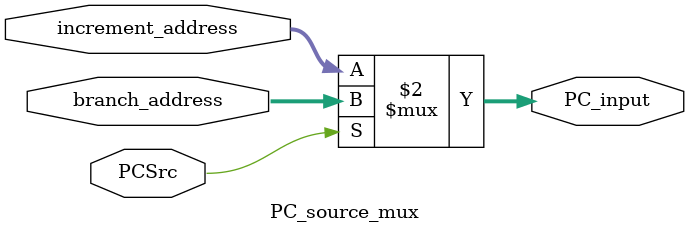
<source format=v>
module PC_source_mux(
    input [31:0] branch_address,
    input [31:0] increment_address,
    input PCSrc,

    output [31:0] PC_input

);

    assign PC_input = ~PCSrc ? increment_address : branch_address;
       

endmodule

//needs to be verif

</source>
